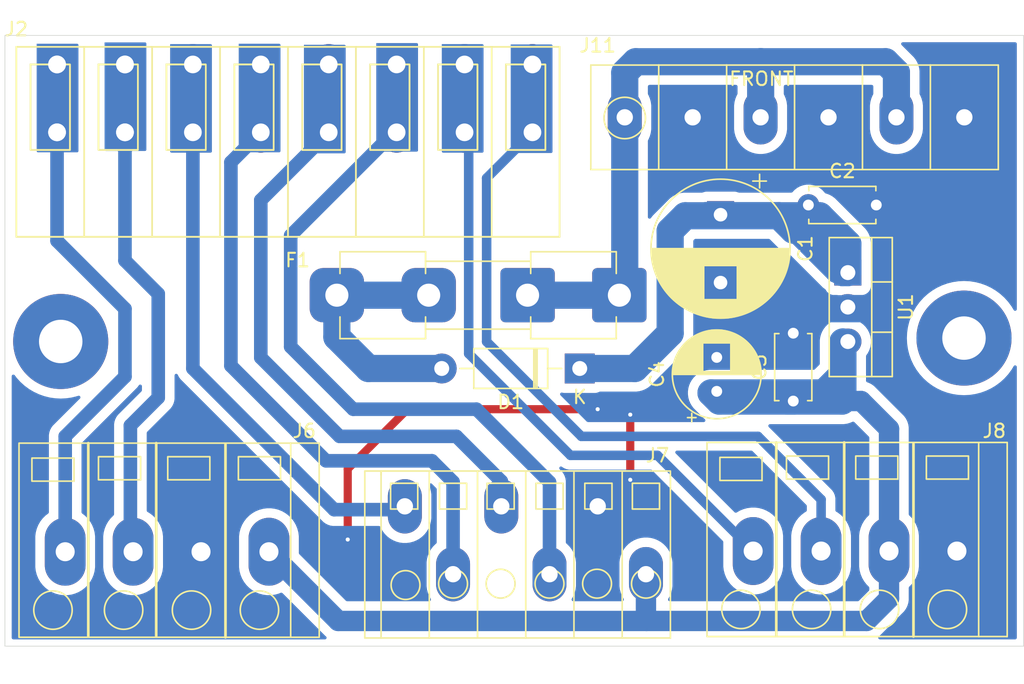
<source format=kicad_pcb>
(kicad_pcb (version 20240108) (generator "pcbnew") (generator_version "8.0")
  (layers (0 "F.Cu" signal) (31 "B.Cu" signal) (34 "B.Paste" user) (35 "F.Paste" user) (36 "B.SilkS" user "B.Silkscreen") (37 "F.SilkS" user "F.Silkscreen") (38 "B.Mask" user) (39 "F.Mask" user) (44 "Edge.Cuts" user))
  (net 0 "")
  (net 1 "GND")
  (net 2 "VDD")
  (net 3 "+12V")
  (net 4 "Net-(D1-A)")
  (net 5 "OPTICAL_PROBE_RX_B")
  (net 6 "UNUSED_T2")
  (net 7 "OPTICAL_PROBE_TX_A")
  (net 8 "OPTICAL_PROBE_RX_A")
  (net 9 "DIODE_PROBE_TX")
  (net 10 "DIODE_PROBE_RX")
  (net 11 "UNUSED_T1")
  (net 12 "OPTICAL_PROBE_TX_B")
  (net 13 "Net-(J11-Pin_1)")
  (footprint "My-Footprints-connectors:Screw-Terminal-P6-rast-5mm-6,7x30" (layer "F.Cu") (at 133.095 21.845)
    (property "Reference" "J11" (at 0.505 -1.445 0) (layer "F.SilkS"))
    (property "Value" "POWER_SUPPLY")
    (fp_text user "FRONT" (at 10.1 1.6 0) (layer "F.SilkS") (effects (justify left bottom)))
    (pad "1" thru_hole oval (at 2.5 3.85 90) (size 4 2.5) (drill 1.2) (layers "*.Cu" "*.Mask") (net 13 "Net-(J11-Pin_1)"))
    (pad "2" thru_hole oval (at 7.5 3.85 90) (size 4 2.5) (drill 1.2) (layers "*.Cu" "*.Mask") (net 1 "GND"))
    (pad "3" thru_hole oval (at 12.5 3.85 90) (size 4 2.5) (drill 1.2) (layers "*.Cu" "*.Mask") (net 13 "Net-(J11-Pin_1)"))
    (pad "4" thru_hole oval (at 17.5 3.85 90) (size 4 2.5) (drill 1.2) (layers "*.Cu" "*.Mask") (net 1 "GND"))
    (pad "5" thru_hole oval (at 22.5 3.85 90) (size 4 2.5) (drill 1.2) (layers "*.Cu" "*.Mask") (net 13 "Net-(J11-Pin_1)"))
    (pad "6" thru_hole oval (at 27.5 3.85 90) (size 4 2.5) (drill 1.2) (layers "*.Cu" "*.Mask") (net 1 "GND"))
  )
  (footprint "Capacitor_THT:CP_Radial_D10.0mm_P5.00mm" (layer "F.Cu") (at 142.6464 32.8714 -90)
    (property "Reference" "C1" (at 2.5 -6.25 90) (layer "F.SilkS"))
    (property "Value" "1000u/35V")
    (pad "1" thru_hole rect (at 0 0 270) (size 2 2) (drill 1) (layers "*.Cu" "*.Mask") (net 2 "VDD"))
    (pad "2" thru_hole circle (at 5 0 270) (size 2 2) (drill 1) (layers "*.Cu" "*.Mask") (net 1 "GND"))
  )
  (footprint "Package_TO_SOT_THT:TO-220-3_Vertical" (layer "F.Cu") (at 152.019 37.1348 -90)
    (property "Reference" "U1" (at 2.54 -4.27 90) (layer "F.SilkS"))
    (property "Value" "L7812")
    (pad "1" thru_hole rect (at 0 0 270) (size 1.905 2) (drill 1.1) (layers "*.Cu" "*.Mask") (net 2 "VDD"))
    (pad "2" thru_hole oval (at 2.54 0 270) (size 1.905 2) (drill 1.1) (layers "*.Cu" "*.Mask") (net 1 "GND"))
    (pad "3" thru_hole oval (at 5.08 0 270) (size 1.905 2) (drill 1.1) (layers "*.Cu" "*.Mask") (net 3 "+12V"))
  )
  (footprint "My-Footprints:Fuseholder_Clip-5x20mm_Eaton_1A5601-01_Inline_P20.80x6.76mm_D1.70mm_Horizontal" (layer "F.Cu") (at 114.4 38.8)
    (property "Reference" "F1" (at -2.894 -2.5796 0) (layer "F.SilkS"))
    (property "Value" "Fuse")
    (pad "1" thru_hole roundrect (at 0 0) (size 4 4) (drill 1.7) (layers "*.Cu" "*.Mask") (net 4 "Net-(D1-A)"))
    (pad "1" thru_hole roundrect (at 6.76 0) (size 4 4) (drill 1.7) (layers "*.Cu" "*.Mask") (net 4 "Net-(D1-A)"))
    (pad "2" thru_hole roundrect (at 14.04 0) (size 4 4) (drill 1.7) (layers "*.Cu" "*.Mask") (roundrect_rratio 0.09259259259) (net 13 "Net-(J11-Pin_1)"))
    (pad "2" thru_hole roundrect (at 20.8 0) (size 4 4) (drill 1.7) (layers "*.Cu" "*.Mask") (roundrect_rratio 0.09259259259) (net 13 "Net-(J11-Pin_1)"))
  )
  (footprint "My-Footprints-connectors:HDQ-250-6P" (layer "F.Cu") (at 138.955 64.055 180)
    (property "Reference" "J7" (at 0.955 13.455 0) (layer "F.SilkS"))
    (property "Value" "OPTICAL_PROBE")
    (pad "1" thru_hole oval (at 1.8 4.7 180) (size 2.5 4) (drill 1.2) (layers "*.Cu" "*.Mask") (net 3 "+12V"))
    (pad "2" thru_hole oval (at 5.35 9.7 180) (size 2.5 4) (drill 1.2) (layers "*.Cu" "*.Mask") (net 1 "GND"))
    (pad "3" thru_hole oval (at 8.9 4.7 180) (size 2.5 4) (drill 1.2) (layers "*.Cu" "*.Mask") (net 5 "OPTICAL_PROBE_RX_B"))
    (pad "4" thru_hole oval (at 12.45 9.7 180) (size 2.5 4) (drill 1.2) (layers "*.Cu" "*.Mask") (net 8 "OPTICAL_PROBE_RX_A"))
    (pad "5" thru_hole oval (at 16 4.7 180) (size 2.5 4) (drill 1.2) (layers "*.Cu" "*.Mask") (net 12 "OPTICAL_PROBE_TX_B"))
    (pad "6" thru_hole oval (at 19.55 9.7 180) (size 2.5 4) (drill 1.2) (layers "*.Cu" "*.Mask") (net 7 "OPTICAL_PROBE_TX_A"))
  )
  (footprint "Diode_THT:D_DO-41_SOD81_P10.16mm_Horizontal" (layer "F.Cu") (at 132.28 44.2 180)
    (property "Reference" "D1" (at 5.08 -2.47 180) (layer "F.SilkS"))
    (property "Value" "1N4007")
    (fp_text user "K" (at 0 -2.1 180) (layer "F.SilkS"))
    (pad "1" thru_hole rect (at 0 0 180) (size 2.2 2.2) (drill 1.1) (layers "*.Cu" "*.Mask") (net 2 "VDD"))
    (pad "2" thru_hole oval (at 10.16 0 180) (size 2.2 2.2) (drill 1.1) (layers "*.Cu" "*.Mask") (net 4 "Net-(D1-A)"))
  )
  (footprint "Capacitor_THT:C_Disc_D4.7mm_W2.5mm_P5.00mm" (layer "F.Cu") (at 149.1126 32.1564)
    (property "Reference" "C2" (at 2.5 -2.5 0) (layer "F.SilkS"))
    (property "Value" "100n")
    (pad "1" thru_hole circle (at 0 0) (size 1.6 1.6) (drill 0.8) (layers "*.Cu" "*.Mask") (net 2 "VDD"))
    (pad "2" thru_hole circle (at 5 0) (size 1.6 1.6) (drill 0.8) (layers "*.Cu" "*.Mask") (net 1 "GND"))
  )
  (footprint "Capacitor_THT:CP_Radial_D6.3mm_P2.50mm" (layer "F.Cu") (at 142.367 45.8832 90)
    (property "Reference" "C4" (at 1.25 -4.4 90) (layer "F.SilkS"))
    (property "Value" "100u/16V")
    (pad "1" thru_hole rect (at 0 0 90) (size 1.6 1.6) (drill 0.8) (layers "*.Cu" "*.Mask") (net 3 "+12V"))
    (pad "2" thru_hole circle (at 2.5 0 90) (size 1.6 1.6) (drill 0.8) (layers "*.Cu" "*.Mask") (net 1 "GND"))
  )
  (footprint "My-Footprints-connectors:WAGO-739-4P" (layer "F.Cu") (at 113.114214 64 180)
    (property "Reference" "J6" (at 1.114214 15.2 0) (layer "F.SilkS"))
    (property "Value" "DIODE_PROBE")
    (pad "1" thru_hole oval (at 3.714214 6.3 270) (size 5 3) (drill 1.4) (layers "*.Cu" "*.Mask") (net 3 "+12V"))
    (pad "2" thru_hole oval (at 8.714214 6.3 270) (size 5 3) (drill 1.4) (layers "*.Cu" "*.Mask") (net 1 "GND"))
    (pad "3" thru_hole oval (at 13.714214 6.3 270) (size 5 3) (drill 1.4) (layers "*.Cu" "*.Mask") (net 10 "DIODE_PROBE_RX"))
    (pad "4" thru_hole oval (at 18.714214 6.3 270) (size 5 3) (drill 1.4) (layers "*.Cu" "*.Mask") (net 9 "DIODE_PROBE_TX"))
  )
  (footprint "My-Footprints-connectors:WAGO-255-8P" (layer "F.Cu") (at 90.8 20.5)
    (property "Reference" "J2" (at 0 -1.3 0) (layer "F.SilkS"))
    (property "Value" "SIGNAL_TERMINAL" (hide yes))
    (pad "1" thru_hole oval (at 3 1.3 90) (size 3 2.3) (drill 1.3) (layers "*.Cu" "*.Mask") (net 9 "DIODE_PROBE_TX"))
    (pad "1" thru_hole oval (at 3 1.3 90) (size 3 2.3) (drill 1.3) (layers "*.Cu" "*.Mask") (net 9 "DIODE_PROBE_TX"))
    (pad "1" thru_hole oval (at 3 6.3 90) (size 3 2.3) (drill 1.3) (layers "*.Cu" "*.Mask") (net 9 "DIODE_PROBE_TX"))
    (pad "1" thru_hole oval (at 3 6.3 90) (size 3 2.3) (drill 1.3) (layers "*.Cu" "*.Mask") (net 9 "DIODE_PROBE_TX"))
    (pad "2" thru_hole oval (at 8 1.3 90) (size 3 2.3) (drill 1.3) (layers "*.Cu" "*.Mask") (net 10 "DIODE_PROBE_RX"))
    (pad "2" thru_hole oval (at 8 1.3 90) (size 3 2.3) (drill 1.3) (layers "*.Cu" "*.Mask") (net 10 "DIODE_PROBE_RX"))
    (pad "2" thru_hole oval (at 8 6.3 90) (size 3 2.3) (drill 1.3) (layers "*.Cu" "*.Mask") (net 10 "DIODE_PROBE_RX"))
    (pad "2" thru_hole oval (at 8 6.3 90) (size 3 2.3) (drill 1.3) (layers "*.Cu" "*.Mask") (net 10 "DIODE_PROBE_RX"))
    (pad "3" thru_hole oval (at 13 1.3 90) (size 3 2.3) (drill 1.3) (layers "*.Cu" "*.Mask") (net 7 "OPTICAL_PROBE_TX_A"))
    (pad "3" thru_hole oval (at 13 6.3 90) (size 3 2.3) (drill 1.3) (layers "*.Cu" "*.Mask") (net 7 "OPTICAL_PROBE_TX_A"))
    (pad "4" thru_hole oval (at 18 1.3 90) (size 3 2.3) (drill 1.3) (layers "*.Cu" "*.Mask") (net 12 "OPTICAL_PROBE_TX_B"))
    (pad "4" thru_hole oval (at 18 6.3 90) (size 3 2.3) (drill 1.3) (layers "*.Cu" "*.Mask") (net 12 "OPTICAL_PROBE_TX_B"))
    (pad "5" thru_hole oval (at 23 1.3 90) (size 3 2.3) (drill 1.3) (layers "*.Cu" "*.Mask") (net 8 "OPTICAL_PROBE_RX_A"))
    (pad "5" thru_hole oval (at 23 6.3 90) (size 3 2.3) (drill 1.3) (layers "*.Cu" "*.Mask") (net 8 "OPTICAL_PROBE_RX_A"))
    (pad "6" thru_hole oval (at 28 1.3 90) (size 3 2.3) (drill 1.3) (layers "*.Cu" "*.Mask") (net 5 "OPTICAL_PROBE_RX_B"))
    (pad "6" thru_hole oval (at 28 6.3 90) (size 3 2.3) (drill 1.3) (layers "*.Cu" "*.Mask") (net 5 "OPTICAL_PROBE_RX_B"))
    (pad "7" thru_hole oval (at 33 1.3 90) (size 3 2.3) (drill 1.3) (layers "*.Cu" "*.Mask") (net 11 "UNUSED_T1"))
    (pad "7" thru_hole oval (at 33 6.3 90) (size 3 2.3) (drill 1.3) (layers "*.Cu" "*.Mask") (net 11 "UNUSED_T1"))
    (pad "8" thru_hole oval (at 38 1.3 90) (size 3 2.3) (drill 1.3) (layers "*.Cu" "*.Mask") (net 6 "UNUSED_T2"))
    (pad "8" thru_hole oval (at 38 6.3 90) (size 3 2.3) (drill 1.3) (layers "*.Cu" "*.Mask") (net 6 "UNUSED_T2"))
  )
  (footprint "Capacitor_THT:C_Disc_D4.7mm_W2.5mm_P5.00mm" (layer "F.Cu") (at 148 46.6 90)
    (property "Reference" "C3" (at 2.5 -2.5 -90) (layer "F.SilkS"))
    (property "Value" "100n")
    (pad "1" thru_hole circle (at 0 0 90) (size 1.6 1.6) (drill 0.8) (layers "*.Cu" "*.Mask") (net 3 "+12V"))
    (pad "2" thru_hole circle (at 5 0 90) (size 1.6 1.6) (drill 0.8) (layers "*.Cu" "*.Mask") (net 1 "GND"))
  )
  (footprint "My-Footprints-connectors:WAGO-739-4P" (layer "F.Cu") (at 163.764214 63.95 180)
    (property "Reference" "J8" (at 0.964214 15.15 0) (layer "F.SilkS"))
    (property "Value" "UNUSED")
    (pad "1" thru_hole oval (at 3.714214 6.3 270) (size 5 3) (drill 1.4) (layers "*.Cu" "*.Mask") (net 1 "GND"))
    (pad "2" thru_hole oval (at 8.714214 6.3 270) (size 5 3) (drill 1.4) (layers "*.Cu" "*.Mask") (net 3 "+12V"))
    (pad "3" thru_hole oval (at 13.714214 6.3 270) (size 5 3) (drill 1.4) (layers "*.Cu" "*.Mask") (net 6 "UNUSED_T2"))
    (pad "4" thru_hole oval (at 18.714214 6.3 270) (size 5 3) (drill 1.4) (layers "*.Cu" "*.Mask") (net 11 "UNUSED_T1"))
  )
  (gr_rect (start 112.075 20.45) (end 114.95 28.25) (stroke (width 0.2)) (fill solid) (layer "B.Cu") (net 8))
  (gr_rect (start 107.275 20.375) (end 110.15 28.175) (stroke (width 0.2)) (fill solid) (layer "B.Cu") (net 12))
  (gr_rect (start 117.4 20.325) (end 120.275 28.125) (stroke (width 0.2)) (fill solid) (layer "B.Cu") (net 5))
  (gr_rect (start 127.3 20.425) (end 130.175 28.225) (stroke (width 0.2)) (fill solid) (layer "B.Cu") (net 6))
  (gr_rect (start 92.4 20.375) (end 95.275 28.175) (stroke (width 0.2)) (fill solid) (layer "B.Cu") (net 9))
  (gr_rect (start 122.225 20.4) (end 125.1 28.2) (stroke (width 0.2)) (fill solid) (layer "B.Cu") (net 11))
  (gr_rect (start 102.225 20.4) (end 105.1 28.2) (stroke (width 0.2)) (fill solid) (layer "B.Cu") (net 7))
  (gr_rect (start 97.4 20.275) (end 100.275 28.075) (stroke (width 0.2)) (fill solid) (layer "B.Cu") (net 10))
  (gr_rect (start 89.96 19.66) (end 164.96 64.66) (stroke (width 0.05)) (fill none) (layer "Edge.Cuts"))
  (via (at 160.57 41.96) (size 7) (drill 3.2) (layers "F.Cu" "B.Cu") (net 0))
  (via (at 94.07 42.21) (size 7) (drill 3.2) (layers "F.Cu" "B.Cu") (net 0))
  (segment (start 133.6 47.2) (end 119.6 47.2) (width 0.6) (layer "F.Cu") (net 1))
  (segment (start 115.2 51.6) (end 115.2 56.8) (width 0.6) (layer "F.Cu") (net 1))
  (segment (start 136 47.6) (end 136 52.4) (width 0.6) (layer "F.Cu") (net 1))
  (segment (start 119.6 47.2) (end 115.2 51.6) (width 0.6) (layer "F.Cu") (net 1))
  (via (at 136 52.4) (size 0.6) (drill 0.3) (layers "F.Cu" "B.Cu") (net 1))
  (via (at 133.6 47.2) (size 0.6) (drill 0.3) (layers "F.Cu" "B.Cu") (net 1))
  (via (at 115.2 56.8) (size 0.6) (drill 0.3) (layers "F.Cu" "B.Cu") (net 1))
  (via (at 136 47.6) (size 0.6) (drill 0.3) (layers "F.Cu" "B.Cu") (net 1))
  (segment (start 148.8 39.8) (end 155.2 39.8) (width 2) (layer "B.Cu") (net 1))
  (segment (start 148 39) (end 148.8 39.8) (width 2) (layer "B.Cu") (net 1))
  (segment (start 138.938 34.062) (end 140.052651 32.947349) (width 2) (layer "B.Cu") (net 2))
  (segment (start 148 34) (end 146.947349 32.947349) (width 2) (layer "B.Cu") (net 2))
  (segment (start 141.547349 32.947349) (end 149.947349 32.947349) (width 2) (layer "B.Cu") (net 2))
  (segment (start 149.947349 32.947349) (end 152.019 35.019) (width 2) (layer "B.Cu") (net 2))
  (segment (start 140.052651 32.947349) (end 141.547349 32.947349) (width 2) (layer "B.Cu") (net 2))
  (segment (start 136.3432 44.2) (end 138.938 41.6052) (width 2) (layer "B.Cu") (net 2))
  (segment (start 152.019 35.019) (end 152.019 37.1348) (width 2) (layer "B.Cu") (net 2))
  (segment (start 152.019 37.1348) (end 151.6298 37.1348) (width 2) (layer "B.Cu") (net 2))
  (segment (start 148.495 34) (end 148 34) (width 2) (layer "B.Cu") (net 2))
  (segment (start 146.947349 32.947349) (end 141.547349 32.947349) (width 2) (layer "B.Cu") (net 2))
  (segment (start 132.28 44.2) (end 136.3432 44.2) (width 2) (layer "B.Cu") (net 2))
  (segment (start 151.1348 37.1348) (end 148 34) (width 1.5) (layer "B.Cu") (net 2))
  (segment (start 138.938 41.6052) (end 138.938 34.062) (width 2) (layer "B.Cu") (net 2))
  (segment (start 152.019 37.1348) (end 151.1348 37.1348) (width 1.5) (layer "B.Cu") (net 2))
  (segment (start 151.6298 37.1348) (end 148.495 34) (width 2) (layer "B.Cu") (net 2))
  (segment (start 141.946749 45.9994) (end 150.2556 45.9994) (width 2) (layer "B.Cu") (net 3))
  (segment (start 150.2556 45.9994) (end 151.655 44.6) (width 2) (layer "B.Cu") (net 3))
  (segment (start 137.155 59.355) (end 137.155 62.755) (width 1.5) (layer "B.Cu") (net 3))
  (segment (start 142.547349 46.6) (end 141.946749 45.9994) (width 2) (layer "B.Cu") (net 3))
  (segment (start 147.6 46.6) (end 151.6 46.6) (width 2) (layer "B.Cu") (net 3))
  (segment (start 153.4 62.8) (end 155.05 61.15) (width 1.5) (layer "B.Cu") (net 3))
  (segment (start 114.5 62.8) (end 109.4 57.7) (width 1.5) (layer "B.Cu") (net 3))
  (segment (start 148 46.6) (end 142.547349 46.6) (width 2) (layer "B.Cu") (net 3))
  (segment (start 155.05 48.65) (end 155.05 57.65) (width 1.5) (layer "B.Cu") (net 3))
  (segment (start 155.05 61.15) (end 155.05 57.65) (width 1.5) (layer "B.Cu") (net 3))
  (segment (start 151.655 44.6) (end 151.655 46.545) (width 2) (layer "B.Cu") (net 3))
  (segment (start 153 46.6) (end 155.05 48.65) (width 1.5) (layer "B.Cu") (net 3))
  (segment (start 137.155 62.755) (end 137.2 62.8) (width 1) (layer "B.Cu") (net 3))
  (segment (start 151.6 46.6) (end 153 46.6) (width 1.5) (layer "B.Cu") (net 3))
  (segment (start 151.655 46.545) (end 151.6 46.6) (width 2) (layer "B.Cu") (net 3))
  (segment (start 137.2 62.8) (end 114.5 62.8) (width 1.5) (layer "B.Cu") (net 3))
  (segment (start 151.655 42.24) (end 151.655 44.6) (width 2) (layer "B.Cu") (net 3))
  (segment (start 137.2 62.8) (end 153.4 62.8) (width 1.5) (layer "B.Cu") (net 3))
  (segment (start 116.72 44.2) (end 114.4 41.88) (width 2) (layer "B.Cu") (net 4))
  (segment (start 121.16 38.8) (end 114.4 38.8) (width 2) (layer "B.Cu") (net 4))
  (segment (start 122.12 44.2) (end 116.72 44.2) (width 2) (layer "B.Cu") (net 4))
  (segment (start 114.4 41.88) (end 114.4 38.8) (width 2) (layer "B.Cu") (net 4))
  (segment (start 118.8 26.8) (end 118.8 21.8) (width 1) (layer "B.Cu") (net 5))
  (segment (start 124.68 47.2) (end 115.6 47.2) (width 1) (layer "B.Cu") (net 5))
  (segment (start 111 42.6) (end 111 34.4) (width 1) (layer "B.Cu") (net 5))
  (segment (start 130.055 59.355) (end 130.055 52.575) (width 1) (layer "B.Cu") (net 5))
  (segment (start 130.055 52.575) (end 124.68 47.2) (width 1) (layer "B.Cu") (net 5))
  (segment (start 118.6 26.8) (end 118.8 26.8) (width 1) (layer "B.Cu") (net 5))
  (segment (start 111 34.4) (end 118.6 26.8) (width 1) (layer "B.Cu") (net 5))
  (segment (start 115.6 47.2) (end 111 42.6) (width 1) (layer "B.Cu") (net 5))
  (segment (start 132.4 49.2) (end 145.4 49.2) (width 0.7) (layer "B.Cu") (net 6))
  (segment (start 125.4252 30.1748) (end 125.4252 42.2252) (width 0.7) (layer "B.Cu") (net 6))
  (segment (start 150.05 53.85) (end 150.05 57.65) (width 0.7) (layer "B.Cu") (net 6))
  (segment (start 145.4 49.2) (end 150.05 53.85) (width 0.7) (layer "B.Cu") (net 6))
  (segment (start 128.8 26.8) (end 125.4252 30.1748) (width 0.7) (layer "B.Cu") (net 6))
  (segment (start 125.4252 42.2252) (end 132.4 49.2) (width 0.7) (layer "B.Cu") (net 6))
  (segment (start 119.16 54.6) (end 119.405 54.355) (width 1) (layer "B.Cu") (net 7))
  (segment (start 103.8 26.8) (end 103.8 21.8) (width 1) (layer "B.Cu") (net 7))
  (segment (start 103.8 44.2) (end 114.2 54.6) (width 1) (layer "B.Cu") (net 7))
  (segment (start 114.2 54.6) (end 119.16 54.6) (width 1) (layer "B.Cu") (net 7))
  (segment (start 103.8 26.8) (end 103.8 44.2) (width 1) (layer "B.Cu") (net 7))
  (segment (start 108.8 31.8) (end 108.8 43.4) (width 1) (layer "B.Cu") (net 8))
  (segment (start 126.505 52.505) (end 126.505 54.355) (width 1) (layer "B.Cu") (net 8))
  (segment (start 113.8 26.8) (end 113.8 21.8) (width 1) (layer "B.Cu") (net 8))
  (segment (start 123.2 49.2) (end 126.505 52.505) (width 1) (layer "B.Cu") (net 8))
  (segment (start 108.8 43.4) (end 114.6 49.2) (width 1) (layer "B.Cu") (net 8))
  (segment (start 114.6 49.2) (end 123.2 49.2) (width 1) (layer "B.Cu") (net 8))
  (segment (start 113.8 26.8) (end 108.8 31.8) (width 1) (layer "B.Cu") (net 8))
  (segment (start 98.8 39.8) (end 93.8 34.8) (width 1) (layer "B.Cu") (net 9))
  (segment (start 98.8 44.8) (end 98.8 39.8) (width 1) (layer "B.Cu") (net 9))
  (segment (start 93.8 34.8) (end 93.8 26.8) (width 1) (layer "B.Cu") (net 9))
  (segment (start 94.4 49.2) (end 98.8 44.8) (width 1) (layer "B.Cu") (net 9))
  (segment (start 94.4 57.7) (end 94.4 49.2) (width 1) (layer "B.Cu") (net 9))
  (segment (start 93.8 26.8) (end 93.8 21.8) (width 1) (layer "B.Cu") (net 9))
  (segment (start 98.8 36.25) (end 101.25 38.7) (width 1) (layer "B.Cu") (net 10))
  (segment (start 98.8 26.8) (end 98.8 36.25) (width 1) (layer "B.Cu") (net 10))
  (segment (start 98.8 26.8) (end 98.8 21.8) (width 1) (layer "B.Cu") (net 10))
  (segment (start 101.25 38.7) (end 101.25 46.35) (width 1) (layer "B.Cu") (net 10))
  (segment (start 99.2 57.5) (end 99.4 57.7) (width 0.7) (layer "B.Cu") (net 10))
  (segment (start 99.2 48.4) (end 99.2 57.5) (width 1) (layer "B.Cu") (net 10))
  (segment (start 101.25 46.35) (end 99.2 48.4) (width 1) (layer "B.Cu") (net 10))
  (segment (start 131.6 50.6) (end 138 50.6) (width 0.7) (layer "B.Cu") (net 11))
  (segment (start 123.8 21.8) (end 124.1044 22.1044) (width 0.7) (layer "B.Cu") (net 11))
  (segment (start 124.1044 43.1044) (end 131.6 50.6) (width 0.7) (layer "B.Cu") (net 11))
  (segment (start 124.1044 22.1044) (end 124.1044 43.1044) (width 0.7) (layer "B.Cu") (net 11))
  (segment (start 138 50.6) (end 145.05 57.65) (width 0.7) (layer "B.Cu") (net 11))
  (segment (start 122.955 52.555) (end 121.4 51) (width 1) (layer "B.Cu") (net 12))
  (segment (start 106.6 44) (end 106.6 29) (width 1) (layer "B.Cu") (net 12))
  (segment (start 106.6 29) (end 108.8 26.8) (width 1) (layer "B.Cu") (net 12))
  (segment (start 121.4 51) (end 113.6 51) (width 1) (layer "B.Cu") (net 12))
  (segment (start 113.6 51) (end 106.6 44) (width 1) (layer "B.Cu") (net 12))
  (segment (start 122.955 59.355) (end 122.955 52.555) (width 1) (layer "B.Cu") (net 12))
  (segment (start 108.8 26.8) (end 108.8 21.8) (width 1) (layer "B.Cu") (net 12))
  (segment (start 135.2 38.8) (end 128.44 38.8) (width 2) (layer "B.Cu") (net 13))
  (segment (start 135.595 38.405) (end 135.2 38.8) (width 1) (layer "B.Cu") (net 13))
  (segment (start 145.6 25.69) (end 145.595 25.695) (width 2) (layer "B.Cu") (net 13))
  (segment (start 145.6 21.6) (end 145.6 25.69) (width 2) (layer "B.Cu") (net 13))
  (segment (start 136.4 21.6) (end 135.595 22.405) (width 2) (layer "B.Cu") (net 13))
  (segment (start 135.595 25.695) (end 135.595 38.405) (width 2) (layer "B.Cu") (net 13))
  (segment (start 154.8 21.6) (end 145.6 21.6) (width 2) (layer "B.Cu") (net 13))
  (segment (start 155.595 25.695) (end 155.595 22.395) (width 2) (layer "B.Cu") (net 13))
  (segment (start 145.6 21.6) (end 136.4 21.6) (width 2) (layer "B.Cu") (net 13))
  (segment (start 155.595 22.395) (end 154.8 21.6) (width 2) (layer "B.Cu") (net 13))
  (segment (start 135.595 22.405) (end 135.595 25.695) (width 2) (layer "B.Cu") (net 13))
  (zone (net 1) (net_name "GND") (layer "B.Cu") (connect_pads yes (clearance 0.7)) (min_thickness 0.25) (fill yes (thermal_gap 0.5) (thermal_bridge_width 1))
    (polygon (pts (xy 165 64.8) (xy 165 19.4) (xy 89.6 19.4) (xy 89.6 64.8) (xy 90 64.8)))
  )
)
</source>
